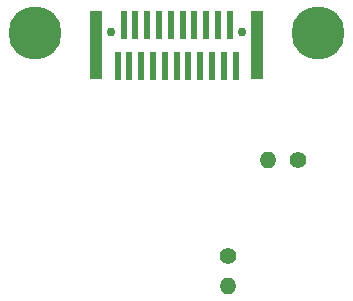
<source format=gbr>
%TF.GenerationSoftware,KiCad,Pcbnew,(6.0.0-0)*%
%TF.CreationDate,2022-03-07T03:13:55-05:00*%
%TF.ProjectId,color,636f6c6f-722e-46b6-9963-61645f706362,rev?*%
%TF.SameCoordinates,Original*%
%TF.FileFunction,Soldermask,Bot*%
%TF.FilePolarity,Negative*%
%FSLAX46Y46*%
G04 Gerber Fmt 4.6, Leading zero omitted, Abs format (unit mm)*
G04 Created by KiCad (PCBNEW (6.0.0-0)) date 2022-03-07 03:13:55*
%MOMM*%
%LPD*%
G01*
G04 APERTURE LIST*
%ADD10C,4.500000*%
%ADD11C,1.400000*%
%ADD12O,1.400000X1.400000*%
%ADD13C,0.760000*%
%ADD14R,1.000000X5.850000*%
%ADD15R,0.610000X2.410000*%
G04 APERTURE END LIST*
D10*
%TO.C,H1*%
X95000000Y-64000000D03*
%TD*%
%TO.C,H2*%
X119000000Y-64000000D03*
%TD*%
D11*
%TO.C,R1*%
X111379000Y-82804000D03*
D12*
X111379000Y-85344000D03*
%TD*%
D11*
%TO.C,R3*%
X117298000Y-74676000D03*
D12*
X114758000Y-74676000D03*
%TD*%
D13*
%TO.C,J1*%
X101475500Y-63900000D03*
X112524500Y-63900000D03*
D14*
X100173500Y-65000000D03*
X113826500Y-65000000D03*
D15*
X101996500Y-66720000D03*
X102996500Y-66720000D03*
X103996500Y-66720000D03*
X104996500Y-66720000D03*
X105996500Y-66720000D03*
X106996500Y-66720000D03*
X107996500Y-66720000D03*
X108996500Y-66720000D03*
X109996500Y-66720000D03*
X110996500Y-66720000D03*
X111996500Y-66720000D03*
X111496500Y-63280000D03*
X110496500Y-63280000D03*
X109496500Y-63280000D03*
X108496500Y-63280000D03*
X107496500Y-63280000D03*
X106496500Y-63280000D03*
X105496500Y-63280000D03*
X104496500Y-63280000D03*
X103496500Y-63320000D03*
X102496500Y-63320000D03*
%TD*%
M02*

</source>
